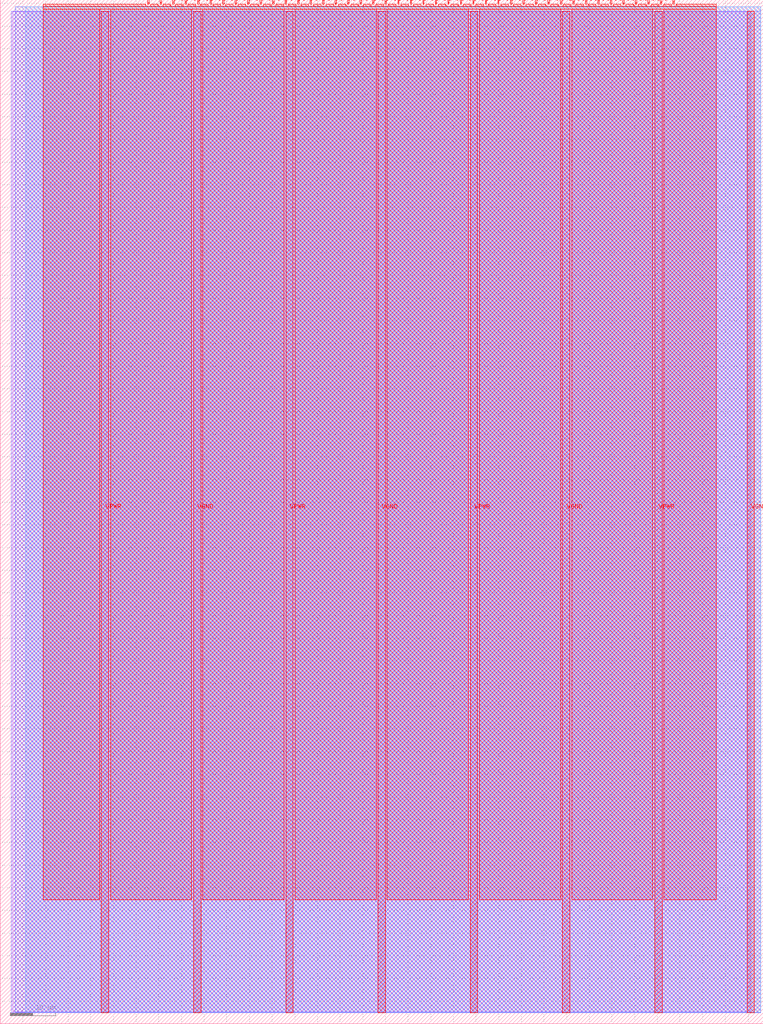
<source format=lef>
VERSION 5.7 ;
  NOWIREEXTENSIONATPIN ON ;
  DIVIDERCHAR "/" ;
  BUSBITCHARS "[]" ;
MACRO tt_um_himanshu5_prog_chipTop_dup
  CLASS BLOCK ;
  FOREIGN tt_um_himanshu5_prog_chipTop_dup ;
  ORIGIN 0.000 0.000 ;
  SIZE 168.360 BY 225.760 ;
  PIN VGND
    DIRECTION INOUT ;
    USE GROUND ;
    PORT
      LAYER met4 ;
        RECT 42.670 2.480 44.270 223.280 ;
    END
    PORT
      LAYER met4 ;
        RECT 83.380 2.480 84.980 223.280 ;
    END
    PORT
      LAYER met4 ;
        RECT 124.090 2.480 125.690 223.280 ;
    END
    PORT
      LAYER met4 ;
        RECT 164.800 2.480 166.400 223.280 ;
    END
  END VGND
  PIN VPWR
    DIRECTION INOUT ;
    USE POWER ;
    PORT
      LAYER met4 ;
        RECT 22.315 2.480 23.915 223.280 ;
    END
    PORT
      LAYER met4 ;
        RECT 63.025 2.480 64.625 223.280 ;
    END
    PORT
      LAYER met4 ;
        RECT 103.735 2.480 105.335 223.280 ;
    END
    PORT
      LAYER met4 ;
        RECT 144.445 2.480 146.045 223.280 ;
    END
  END VPWR
  PIN clk
    DIRECTION INPUT ;
    USE SIGNAL ;
    ANTENNAGATEAREA 0.852000 ;
    PORT
      LAYER met4 ;
        RECT 145.670 224.760 145.970 225.760 ;
    END
  END clk
  PIN ena
    DIRECTION INPUT ;
    USE SIGNAL ;
    ANTENNAGATEAREA 0.159000 ;
    PORT
      LAYER met4 ;
        RECT 148.430 224.760 148.730 225.760 ;
    END
  END ena
  PIN rst_n
    DIRECTION INPUT ;
    USE SIGNAL ;
    ANTENNAGATEAREA 0.213000 ;
    PORT
      LAYER met4 ;
        RECT 142.910 224.760 143.210 225.760 ;
    END
  END rst_n
  PIN ui_in[0]
    DIRECTION INPUT ;
    USE SIGNAL ;
    ANTENNAGATEAREA 0.426000 ;
    PORT
      LAYER met4 ;
        RECT 140.150 224.760 140.450 225.760 ;
    END
  END ui_in[0]
  PIN ui_in[1]
    DIRECTION INPUT ;
    USE SIGNAL ;
    ANTENNAGATEAREA 0.247500 ;
    PORT
      LAYER met4 ;
        RECT 137.390 224.760 137.690 225.760 ;
    END
  END ui_in[1]
  PIN ui_in[2]
    DIRECTION INPUT ;
    USE SIGNAL ;
    ANTENNAGATEAREA 0.159000 ;
    PORT
      LAYER met4 ;
        RECT 134.630 224.760 134.930 225.760 ;
    END
  END ui_in[2]
  PIN ui_in[3]
    DIRECTION INPUT ;
    USE SIGNAL ;
    ANTENNAGATEAREA 0.247500 ;
    PORT
      LAYER met4 ;
        RECT 131.870 224.760 132.170 225.760 ;
    END
  END ui_in[3]
  PIN ui_in[4]
    DIRECTION INPUT ;
    USE SIGNAL ;
    ANTENNAGATEAREA 0.196500 ;
    PORT
      LAYER met4 ;
        RECT 129.110 224.760 129.410 225.760 ;
    END
  END ui_in[4]
  PIN ui_in[5]
    DIRECTION INPUT ;
    USE SIGNAL ;
    ANTENNAGATEAREA 0.213000 ;
    PORT
      LAYER met4 ;
        RECT 126.350 224.760 126.650 225.760 ;
    END
  END ui_in[5]
  PIN ui_in[6]
    DIRECTION INPUT ;
    USE SIGNAL ;
    ANTENNAGATEAREA 0.196500 ;
    PORT
      LAYER met4 ;
        RECT 123.590 224.760 123.890 225.760 ;
    END
  END ui_in[6]
  PIN ui_in[7]
    DIRECTION INPUT ;
    USE SIGNAL ;
    ANTENNAGATEAREA 0.159000 ;
    PORT
      LAYER met4 ;
        RECT 120.830 224.760 121.130 225.760 ;
    END
  END ui_in[7]
  PIN uio_in[0]
    DIRECTION INPUT ;
    USE SIGNAL ;
    ANTENNAGATEAREA 0.247500 ;
    PORT
      LAYER met4 ;
        RECT 118.070 224.760 118.370 225.760 ;
    END
  END uio_in[0]
  PIN uio_in[1]
    DIRECTION INPUT ;
    USE SIGNAL ;
    ANTENNAGATEAREA 0.247500 ;
    PORT
      LAYER met4 ;
        RECT 115.310 224.760 115.610 225.760 ;
    END
  END uio_in[1]
  PIN uio_in[2]
    DIRECTION INPUT ;
    USE SIGNAL ;
    ANTENNAGATEAREA 0.247500 ;
    PORT
      LAYER met4 ;
        RECT 112.550 224.760 112.850 225.760 ;
    END
  END uio_in[2]
  PIN uio_in[3]
    DIRECTION INPUT ;
    USE SIGNAL ;
    ANTENNAGATEAREA 0.247500 ;
    PORT
      LAYER met4 ;
        RECT 109.790 224.760 110.090 225.760 ;
    END
  END uio_in[3]
  PIN uio_in[4]
    DIRECTION INPUT ;
    USE SIGNAL ;
    ANTENNAGATEAREA 0.213000 ;
    PORT
      LAYER met4 ;
        RECT 107.030 224.760 107.330 225.760 ;
    END
  END uio_in[4]
  PIN uio_in[5]
    DIRECTION INPUT ;
    USE SIGNAL ;
    ANTENNAGATEAREA 0.213000 ;
    PORT
      LAYER met4 ;
        RECT 104.270 224.760 104.570 225.760 ;
    END
  END uio_in[5]
  PIN uio_in[6]
    DIRECTION INPUT ;
    USE SIGNAL ;
    ANTENNAGATEAREA 0.213000 ;
    PORT
      LAYER met4 ;
        RECT 101.510 224.760 101.810 225.760 ;
    END
  END uio_in[6]
  PIN uio_in[7]
    DIRECTION INPUT ;
    USE SIGNAL ;
    ANTENNAGATEAREA 0.159000 ;
    PORT
      LAYER met4 ;
        RECT 98.750 224.760 99.050 225.760 ;
    END
  END uio_in[7]
  PIN uio_oe[0]
    DIRECTION OUTPUT TRISTATE ;
    USE SIGNAL ;
    PORT
      LAYER met4 ;
        RECT 51.830 224.760 52.130 225.760 ;
    END
  END uio_oe[0]
  PIN uio_oe[1]
    DIRECTION OUTPUT TRISTATE ;
    USE SIGNAL ;
    PORT
      LAYER met4 ;
        RECT 49.070 224.760 49.370 225.760 ;
    END
  END uio_oe[1]
  PIN uio_oe[2]
    DIRECTION OUTPUT TRISTATE ;
    USE SIGNAL ;
    PORT
      LAYER met4 ;
        RECT 46.310 224.760 46.610 225.760 ;
    END
  END uio_oe[2]
  PIN uio_oe[3]
    DIRECTION OUTPUT TRISTATE ;
    USE SIGNAL ;
    PORT
      LAYER met4 ;
        RECT 43.550 224.760 43.850 225.760 ;
    END
  END uio_oe[3]
  PIN uio_oe[4]
    DIRECTION OUTPUT TRISTATE ;
    USE SIGNAL ;
    PORT
      LAYER met4 ;
        RECT 40.790 224.760 41.090 225.760 ;
    END
  END uio_oe[4]
  PIN uio_oe[5]
    DIRECTION OUTPUT TRISTATE ;
    USE SIGNAL ;
    PORT
      LAYER met4 ;
        RECT 38.030 224.760 38.330 225.760 ;
    END
  END uio_oe[5]
  PIN uio_oe[6]
    DIRECTION OUTPUT TRISTATE ;
    USE SIGNAL ;
    PORT
      LAYER met4 ;
        RECT 35.270 224.760 35.570 225.760 ;
    END
  END uio_oe[6]
  PIN uio_oe[7]
    DIRECTION OUTPUT TRISTATE ;
    USE SIGNAL ;
    PORT
      LAYER met4 ;
        RECT 32.510 224.760 32.810 225.760 ;
    END
  END uio_oe[7]
  PIN uio_out[0]
    DIRECTION OUTPUT TRISTATE ;
    USE SIGNAL ;
    PORT
      LAYER met4 ;
        RECT 73.910 224.760 74.210 225.760 ;
    END
  END uio_out[0]
  PIN uio_out[1]
    DIRECTION OUTPUT TRISTATE ;
    USE SIGNAL ;
    PORT
      LAYER met4 ;
        RECT 71.150 224.760 71.450 225.760 ;
    END
  END uio_out[1]
  PIN uio_out[2]
    DIRECTION OUTPUT TRISTATE ;
    USE SIGNAL ;
    PORT
      LAYER met4 ;
        RECT 68.390 224.760 68.690 225.760 ;
    END
  END uio_out[2]
  PIN uio_out[3]
    DIRECTION OUTPUT TRISTATE ;
    USE SIGNAL ;
    PORT
      LAYER met4 ;
        RECT 65.630 224.760 65.930 225.760 ;
    END
  END uio_out[3]
  PIN uio_out[4]
    DIRECTION OUTPUT TRISTATE ;
    USE SIGNAL ;
    PORT
      LAYER met4 ;
        RECT 62.870 224.760 63.170 225.760 ;
    END
  END uio_out[4]
  PIN uio_out[5]
    DIRECTION OUTPUT TRISTATE ;
    USE SIGNAL ;
    PORT
      LAYER met4 ;
        RECT 60.110 224.760 60.410 225.760 ;
    END
  END uio_out[5]
  PIN uio_out[6]
    DIRECTION OUTPUT TRISTATE ;
    USE SIGNAL ;
    PORT
      LAYER met4 ;
        RECT 57.350 224.760 57.650 225.760 ;
    END
  END uio_out[6]
  PIN uio_out[7]
    DIRECTION OUTPUT TRISTATE ;
    USE SIGNAL ;
    PORT
      LAYER met4 ;
        RECT 54.590 224.760 54.890 225.760 ;
    END
  END uio_out[7]
  PIN uo_out[0]
    DIRECTION OUTPUT TRISTATE ;
    USE SIGNAL ;
    ANTENNADIFFAREA 1.524450 ;
    PORT
      LAYER met4 ;
        RECT 95.990 224.760 96.290 225.760 ;
    END
  END uo_out[0]
  PIN uo_out[1]
    DIRECTION OUTPUT TRISTATE ;
    USE SIGNAL ;
    ANTENNADIFFAREA 1.524450 ;
    PORT
      LAYER met4 ;
        RECT 93.230 224.760 93.530 225.760 ;
    END
  END uo_out[1]
  PIN uo_out[2]
    DIRECTION OUTPUT TRISTATE ;
    USE SIGNAL ;
    ANTENNADIFFAREA 1.524450 ;
    PORT
      LAYER met4 ;
        RECT 90.470 224.760 90.770 225.760 ;
    END
  END uo_out[2]
  PIN uo_out[3]
    DIRECTION OUTPUT TRISTATE ;
    USE SIGNAL ;
    ANTENNADIFFAREA 1.524450 ;
    PORT
      LAYER met4 ;
        RECT 87.710 224.760 88.010 225.760 ;
    END
  END uo_out[3]
  PIN uo_out[4]
    DIRECTION OUTPUT TRISTATE ;
    USE SIGNAL ;
    ANTENNADIFFAREA 1.524450 ;
    PORT
      LAYER met4 ;
        RECT 84.950 224.760 85.250 225.760 ;
    END
  END uo_out[4]
  PIN uo_out[5]
    DIRECTION OUTPUT TRISTATE ;
    USE SIGNAL ;
    ANTENNADIFFAREA 1.524450 ;
    PORT
      LAYER met4 ;
        RECT 82.190 224.760 82.490 225.760 ;
    END
  END uo_out[5]
  PIN uo_out[6]
    DIRECTION OUTPUT TRISTATE ;
    USE SIGNAL ;
    ANTENNADIFFAREA 1.524450 ;
    PORT
      LAYER met4 ;
        RECT 79.430 224.760 79.730 225.760 ;
    END
  END uo_out[6]
  PIN uo_out[7]
    DIRECTION OUTPUT TRISTATE ;
    USE SIGNAL ;
    ANTENNADIFFAREA 1.524450 ;
    PORT
      LAYER met4 ;
        RECT 76.670 224.760 76.970 225.760 ;
    END
  END uo_out[7]
  OBS
      LAYER li1 ;
        RECT 2.760 2.635 165.600 223.125 ;
      LAYER met1 ;
        RECT 2.460 2.480 167.830 223.280 ;
      LAYER met2 ;
        RECT 3.320 2.535 167.810 224.245 ;
      LAYER met3 ;
        RECT 5.585 2.555 167.835 224.225 ;
      LAYER met4 ;
        RECT 9.495 224.360 32.110 224.760 ;
        RECT 33.210 224.360 34.870 224.760 ;
        RECT 35.970 224.360 37.630 224.760 ;
        RECT 38.730 224.360 40.390 224.760 ;
        RECT 41.490 224.360 43.150 224.760 ;
        RECT 44.250 224.360 45.910 224.760 ;
        RECT 47.010 224.360 48.670 224.760 ;
        RECT 49.770 224.360 51.430 224.760 ;
        RECT 52.530 224.360 54.190 224.760 ;
        RECT 55.290 224.360 56.950 224.760 ;
        RECT 58.050 224.360 59.710 224.760 ;
        RECT 60.810 224.360 62.470 224.760 ;
        RECT 63.570 224.360 65.230 224.760 ;
        RECT 66.330 224.360 67.990 224.760 ;
        RECT 69.090 224.360 70.750 224.760 ;
        RECT 71.850 224.360 73.510 224.760 ;
        RECT 74.610 224.360 76.270 224.760 ;
        RECT 77.370 224.360 79.030 224.760 ;
        RECT 80.130 224.360 81.790 224.760 ;
        RECT 82.890 224.360 84.550 224.760 ;
        RECT 85.650 224.360 87.310 224.760 ;
        RECT 88.410 224.360 90.070 224.760 ;
        RECT 91.170 224.360 92.830 224.760 ;
        RECT 93.930 224.360 95.590 224.760 ;
        RECT 96.690 224.360 98.350 224.760 ;
        RECT 99.450 224.360 101.110 224.760 ;
        RECT 102.210 224.360 103.870 224.760 ;
        RECT 104.970 224.360 106.630 224.760 ;
        RECT 107.730 224.360 109.390 224.760 ;
        RECT 110.490 224.360 112.150 224.760 ;
        RECT 113.250 224.360 114.910 224.760 ;
        RECT 116.010 224.360 117.670 224.760 ;
        RECT 118.770 224.360 120.430 224.760 ;
        RECT 121.530 224.360 123.190 224.760 ;
        RECT 124.290 224.360 125.950 224.760 ;
        RECT 127.050 224.360 128.710 224.760 ;
        RECT 129.810 224.360 131.470 224.760 ;
        RECT 132.570 224.360 134.230 224.760 ;
        RECT 135.330 224.360 136.990 224.760 ;
        RECT 138.090 224.360 139.750 224.760 ;
        RECT 140.850 224.360 142.510 224.760 ;
        RECT 143.610 224.360 145.270 224.760 ;
        RECT 146.370 224.360 148.030 224.760 ;
        RECT 149.130 224.360 157.945 224.760 ;
        RECT 9.495 223.680 157.945 224.360 ;
        RECT 9.495 27.375 21.915 223.680 ;
        RECT 24.315 27.375 42.270 223.680 ;
        RECT 44.670 27.375 62.625 223.680 ;
        RECT 65.025 27.375 82.980 223.680 ;
        RECT 85.380 27.375 103.335 223.680 ;
        RECT 105.735 27.375 123.690 223.680 ;
        RECT 126.090 27.375 144.045 223.680 ;
        RECT 146.445 27.375 157.945 223.680 ;
  END
END tt_um_himanshu5_prog_chipTop_dup
END LIBRARY


</source>
